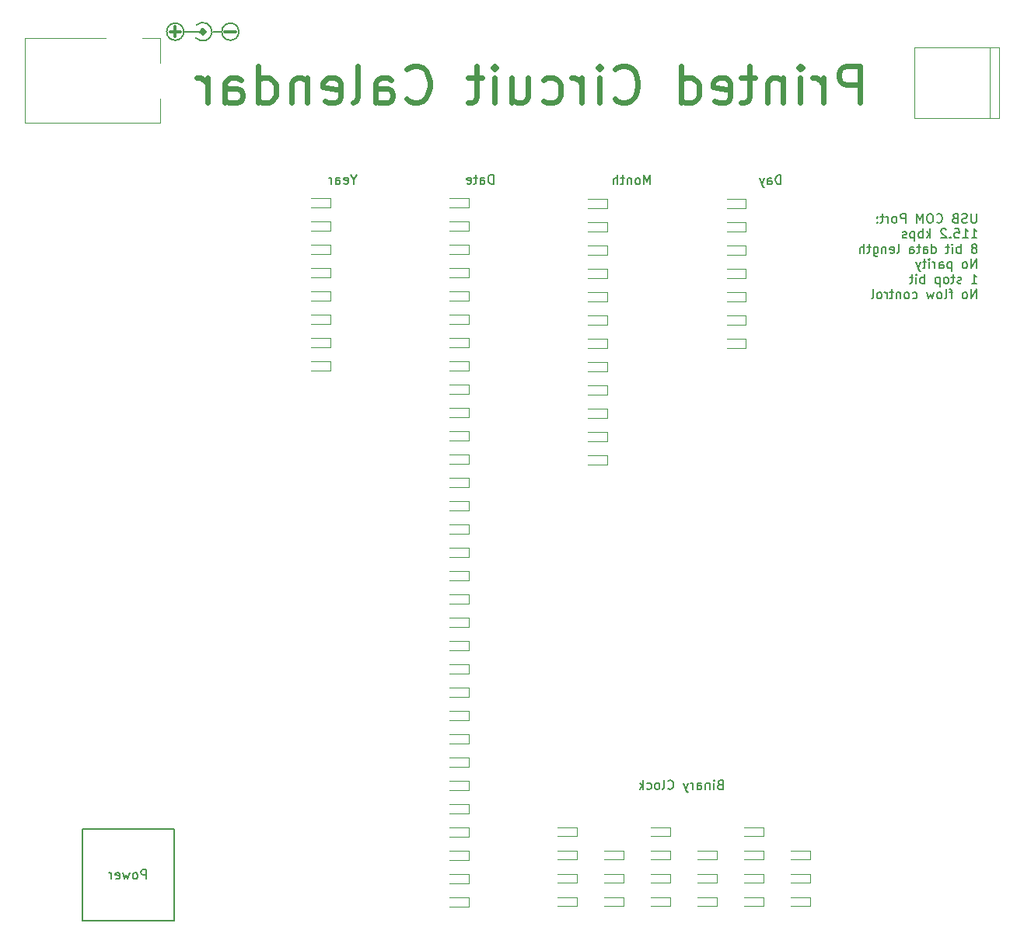
<source format=gbr>
G04 #@! TF.GenerationSoftware,KiCad,Pcbnew,(5.1.2)-1*
G04 #@! TF.CreationDate,2019-09-01T11:48:08-05:00*
G04 #@! TF.ProjectId,Electronic_Calendar,456c6563-7472-46f6-9e69-635f43616c65,rev?*
G04 #@! TF.SameCoordinates,Original*
G04 #@! TF.FileFunction,Legend,Bot*
G04 #@! TF.FilePolarity,Positive*
%FSLAX46Y46*%
G04 Gerber Fmt 4.6, Leading zero omitted, Abs format (unit mm)*
G04 Created by KiCad (PCBNEW (5.1.2)-1) date 2019-09-01 11:48:08*
%MOMM*%
%LPD*%
G04 APERTURE LIST*
%ADD10C,0.300000*%
%ADD11C,0.150000*%
%ADD12C,0.600000*%
%ADD13C,0.500000*%
%ADD14C,0.120000*%
G04 APERTURE END LIST*
D10*
X85102628Y-47046342D02*
X83959771Y-47046342D01*
X79108228Y-47046342D02*
X77965371Y-47046342D01*
X78536800Y-47617771D02*
X78536800Y-46474914D01*
D11*
X165780404Y-66891880D02*
X165780404Y-67701404D01*
X165732785Y-67796642D01*
X165685166Y-67844261D01*
X165589928Y-67891880D01*
X165399452Y-67891880D01*
X165304214Y-67844261D01*
X165256595Y-67796642D01*
X165208976Y-67701404D01*
X165208976Y-66891880D01*
X164780404Y-67844261D02*
X164637547Y-67891880D01*
X164399452Y-67891880D01*
X164304214Y-67844261D01*
X164256595Y-67796642D01*
X164208976Y-67701404D01*
X164208976Y-67606166D01*
X164256595Y-67510928D01*
X164304214Y-67463309D01*
X164399452Y-67415690D01*
X164589928Y-67368071D01*
X164685166Y-67320452D01*
X164732785Y-67272833D01*
X164780404Y-67177595D01*
X164780404Y-67082357D01*
X164732785Y-66987119D01*
X164685166Y-66939500D01*
X164589928Y-66891880D01*
X164351833Y-66891880D01*
X164208976Y-66939500D01*
X163447071Y-67368071D02*
X163304214Y-67415690D01*
X163256595Y-67463309D01*
X163208976Y-67558547D01*
X163208976Y-67701404D01*
X163256595Y-67796642D01*
X163304214Y-67844261D01*
X163399452Y-67891880D01*
X163780404Y-67891880D01*
X163780404Y-66891880D01*
X163447071Y-66891880D01*
X163351833Y-66939500D01*
X163304214Y-66987119D01*
X163256595Y-67082357D01*
X163256595Y-67177595D01*
X163304214Y-67272833D01*
X163351833Y-67320452D01*
X163447071Y-67368071D01*
X163780404Y-67368071D01*
X161447071Y-67796642D02*
X161494690Y-67844261D01*
X161637547Y-67891880D01*
X161732785Y-67891880D01*
X161875642Y-67844261D01*
X161970880Y-67749023D01*
X162018500Y-67653785D01*
X162066119Y-67463309D01*
X162066119Y-67320452D01*
X162018500Y-67129976D01*
X161970880Y-67034738D01*
X161875642Y-66939500D01*
X161732785Y-66891880D01*
X161637547Y-66891880D01*
X161494690Y-66939500D01*
X161447071Y-66987119D01*
X160828023Y-66891880D02*
X160637547Y-66891880D01*
X160542309Y-66939500D01*
X160447071Y-67034738D01*
X160399452Y-67225214D01*
X160399452Y-67558547D01*
X160447071Y-67749023D01*
X160542309Y-67844261D01*
X160637547Y-67891880D01*
X160828023Y-67891880D01*
X160923261Y-67844261D01*
X161018500Y-67749023D01*
X161066119Y-67558547D01*
X161066119Y-67225214D01*
X161018500Y-67034738D01*
X160923261Y-66939500D01*
X160828023Y-66891880D01*
X159970880Y-67891880D02*
X159970880Y-66891880D01*
X159637547Y-67606166D01*
X159304214Y-66891880D01*
X159304214Y-67891880D01*
X158066119Y-67891880D02*
X158066119Y-66891880D01*
X157685166Y-66891880D01*
X157589928Y-66939500D01*
X157542309Y-66987119D01*
X157494690Y-67082357D01*
X157494690Y-67225214D01*
X157542309Y-67320452D01*
X157589928Y-67368071D01*
X157685166Y-67415690D01*
X158066119Y-67415690D01*
X156923261Y-67891880D02*
X157018500Y-67844261D01*
X157066119Y-67796642D01*
X157113738Y-67701404D01*
X157113738Y-67415690D01*
X157066119Y-67320452D01*
X157018500Y-67272833D01*
X156923261Y-67225214D01*
X156780404Y-67225214D01*
X156685166Y-67272833D01*
X156637547Y-67320452D01*
X156589928Y-67415690D01*
X156589928Y-67701404D01*
X156637547Y-67796642D01*
X156685166Y-67844261D01*
X156780404Y-67891880D01*
X156923261Y-67891880D01*
X156161357Y-67891880D02*
X156161357Y-67225214D01*
X156161357Y-67415690D02*
X156113738Y-67320452D01*
X156066119Y-67272833D01*
X155970880Y-67225214D01*
X155875642Y-67225214D01*
X155685166Y-67225214D02*
X155304214Y-67225214D01*
X155542309Y-66891880D02*
X155542309Y-67749023D01*
X155494690Y-67844261D01*
X155399452Y-67891880D01*
X155304214Y-67891880D01*
X154970880Y-67796642D02*
X154923261Y-67844261D01*
X154970880Y-67891880D01*
X155018500Y-67844261D01*
X154970880Y-67796642D01*
X154970880Y-67891880D01*
X154970880Y-67272833D02*
X154923261Y-67320452D01*
X154970880Y-67368071D01*
X155018500Y-67320452D01*
X154970880Y-67272833D01*
X154970880Y-67368071D01*
X165256595Y-69541880D02*
X165828023Y-69541880D01*
X165542309Y-69541880D02*
X165542309Y-68541880D01*
X165637547Y-68684738D01*
X165732785Y-68779976D01*
X165828023Y-68827595D01*
X164304214Y-69541880D02*
X164875642Y-69541880D01*
X164589928Y-69541880D02*
X164589928Y-68541880D01*
X164685166Y-68684738D01*
X164780404Y-68779976D01*
X164875642Y-68827595D01*
X163399452Y-68541880D02*
X163875642Y-68541880D01*
X163923261Y-69018071D01*
X163875642Y-68970452D01*
X163780404Y-68922833D01*
X163542309Y-68922833D01*
X163447071Y-68970452D01*
X163399452Y-69018071D01*
X163351833Y-69113309D01*
X163351833Y-69351404D01*
X163399452Y-69446642D01*
X163447071Y-69494261D01*
X163542309Y-69541880D01*
X163780404Y-69541880D01*
X163875642Y-69494261D01*
X163923261Y-69446642D01*
X162923261Y-69446642D02*
X162875642Y-69494261D01*
X162923261Y-69541880D01*
X162970880Y-69494261D01*
X162923261Y-69446642D01*
X162923261Y-69541880D01*
X162494690Y-68637119D02*
X162447071Y-68589500D01*
X162351833Y-68541880D01*
X162113738Y-68541880D01*
X162018500Y-68589500D01*
X161970880Y-68637119D01*
X161923261Y-68732357D01*
X161923261Y-68827595D01*
X161970880Y-68970452D01*
X162542309Y-69541880D01*
X161923261Y-69541880D01*
X160732785Y-69541880D02*
X160732785Y-68541880D01*
X160637547Y-69160928D02*
X160351833Y-69541880D01*
X160351833Y-68875214D02*
X160732785Y-69256166D01*
X159923261Y-69541880D02*
X159923261Y-68541880D01*
X159923261Y-68922833D02*
X159828023Y-68875214D01*
X159637547Y-68875214D01*
X159542309Y-68922833D01*
X159494690Y-68970452D01*
X159447071Y-69065690D01*
X159447071Y-69351404D01*
X159494690Y-69446642D01*
X159542309Y-69494261D01*
X159637547Y-69541880D01*
X159828023Y-69541880D01*
X159923261Y-69494261D01*
X159018500Y-68875214D02*
X159018500Y-69875214D01*
X159018500Y-68922833D02*
X158923261Y-68875214D01*
X158732785Y-68875214D01*
X158637547Y-68922833D01*
X158589928Y-68970452D01*
X158542309Y-69065690D01*
X158542309Y-69351404D01*
X158589928Y-69446642D01*
X158637547Y-69494261D01*
X158732785Y-69541880D01*
X158923261Y-69541880D01*
X159018500Y-69494261D01*
X158161357Y-69494261D02*
X158066119Y-69541880D01*
X157875642Y-69541880D01*
X157780404Y-69494261D01*
X157732785Y-69399023D01*
X157732785Y-69351404D01*
X157780404Y-69256166D01*
X157875642Y-69208547D01*
X158018500Y-69208547D01*
X158113738Y-69160928D01*
X158161357Y-69065690D01*
X158161357Y-69018071D01*
X158113738Y-68922833D01*
X158018500Y-68875214D01*
X157875642Y-68875214D01*
X157780404Y-68922833D01*
X165637547Y-70620452D02*
X165732785Y-70572833D01*
X165780404Y-70525214D01*
X165828023Y-70429976D01*
X165828023Y-70382357D01*
X165780404Y-70287119D01*
X165732785Y-70239500D01*
X165637547Y-70191880D01*
X165447071Y-70191880D01*
X165351833Y-70239500D01*
X165304214Y-70287119D01*
X165256595Y-70382357D01*
X165256595Y-70429976D01*
X165304214Y-70525214D01*
X165351833Y-70572833D01*
X165447071Y-70620452D01*
X165637547Y-70620452D01*
X165732785Y-70668071D01*
X165780404Y-70715690D01*
X165828023Y-70810928D01*
X165828023Y-71001404D01*
X165780404Y-71096642D01*
X165732785Y-71144261D01*
X165637547Y-71191880D01*
X165447071Y-71191880D01*
X165351833Y-71144261D01*
X165304214Y-71096642D01*
X165256595Y-71001404D01*
X165256595Y-70810928D01*
X165304214Y-70715690D01*
X165351833Y-70668071D01*
X165447071Y-70620452D01*
X164066119Y-71191880D02*
X164066119Y-70191880D01*
X164066119Y-70572833D02*
X163970880Y-70525214D01*
X163780404Y-70525214D01*
X163685166Y-70572833D01*
X163637547Y-70620452D01*
X163589928Y-70715690D01*
X163589928Y-71001404D01*
X163637547Y-71096642D01*
X163685166Y-71144261D01*
X163780404Y-71191880D01*
X163970880Y-71191880D01*
X164066119Y-71144261D01*
X163161357Y-71191880D02*
X163161357Y-70525214D01*
X163161357Y-70191880D02*
X163208976Y-70239500D01*
X163161357Y-70287119D01*
X163113738Y-70239500D01*
X163161357Y-70191880D01*
X163161357Y-70287119D01*
X162828023Y-70525214D02*
X162447071Y-70525214D01*
X162685166Y-70191880D02*
X162685166Y-71049023D01*
X162637547Y-71144261D01*
X162542309Y-71191880D01*
X162447071Y-71191880D01*
X160923261Y-71191880D02*
X160923261Y-70191880D01*
X160923261Y-71144261D02*
X161018500Y-71191880D01*
X161208976Y-71191880D01*
X161304214Y-71144261D01*
X161351833Y-71096642D01*
X161399452Y-71001404D01*
X161399452Y-70715690D01*
X161351833Y-70620452D01*
X161304214Y-70572833D01*
X161208976Y-70525214D01*
X161018500Y-70525214D01*
X160923261Y-70572833D01*
X160018500Y-71191880D02*
X160018500Y-70668071D01*
X160066119Y-70572833D01*
X160161357Y-70525214D01*
X160351833Y-70525214D01*
X160447071Y-70572833D01*
X160018500Y-71144261D02*
X160113738Y-71191880D01*
X160351833Y-71191880D01*
X160447071Y-71144261D01*
X160494690Y-71049023D01*
X160494690Y-70953785D01*
X160447071Y-70858547D01*
X160351833Y-70810928D01*
X160113738Y-70810928D01*
X160018500Y-70763309D01*
X159685166Y-70525214D02*
X159304214Y-70525214D01*
X159542309Y-70191880D02*
X159542309Y-71049023D01*
X159494690Y-71144261D01*
X159399452Y-71191880D01*
X159304214Y-71191880D01*
X158542309Y-71191880D02*
X158542309Y-70668071D01*
X158589928Y-70572833D01*
X158685166Y-70525214D01*
X158875642Y-70525214D01*
X158970880Y-70572833D01*
X158542309Y-71144261D02*
X158637547Y-71191880D01*
X158875642Y-71191880D01*
X158970880Y-71144261D01*
X159018500Y-71049023D01*
X159018500Y-70953785D01*
X158970880Y-70858547D01*
X158875642Y-70810928D01*
X158637547Y-70810928D01*
X158542309Y-70763309D01*
X157161357Y-71191880D02*
X157256595Y-71144261D01*
X157304214Y-71049023D01*
X157304214Y-70191880D01*
X156399452Y-71144261D02*
X156494690Y-71191880D01*
X156685166Y-71191880D01*
X156780404Y-71144261D01*
X156828023Y-71049023D01*
X156828023Y-70668071D01*
X156780404Y-70572833D01*
X156685166Y-70525214D01*
X156494690Y-70525214D01*
X156399452Y-70572833D01*
X156351833Y-70668071D01*
X156351833Y-70763309D01*
X156828023Y-70858547D01*
X155923261Y-70525214D02*
X155923261Y-71191880D01*
X155923261Y-70620452D02*
X155875642Y-70572833D01*
X155780404Y-70525214D01*
X155637547Y-70525214D01*
X155542309Y-70572833D01*
X155494690Y-70668071D01*
X155494690Y-71191880D01*
X154589928Y-70525214D02*
X154589928Y-71334738D01*
X154637547Y-71429976D01*
X154685166Y-71477595D01*
X154780404Y-71525214D01*
X154923261Y-71525214D01*
X155018500Y-71477595D01*
X154589928Y-71144261D02*
X154685166Y-71191880D01*
X154875642Y-71191880D01*
X154970880Y-71144261D01*
X155018500Y-71096642D01*
X155066119Y-71001404D01*
X155066119Y-70715690D01*
X155018500Y-70620452D01*
X154970880Y-70572833D01*
X154875642Y-70525214D01*
X154685166Y-70525214D01*
X154589928Y-70572833D01*
X154256595Y-70525214D02*
X153875642Y-70525214D01*
X154113738Y-70191880D02*
X154113738Y-71049023D01*
X154066119Y-71144261D01*
X153970880Y-71191880D01*
X153875642Y-71191880D01*
X153542309Y-71191880D02*
X153542309Y-70191880D01*
X153113738Y-71191880D02*
X153113738Y-70668071D01*
X153161357Y-70572833D01*
X153256595Y-70525214D01*
X153399452Y-70525214D01*
X153494690Y-70572833D01*
X153542309Y-70620452D01*
X165780404Y-72841880D02*
X165780404Y-71841880D01*
X165208976Y-72841880D01*
X165208976Y-71841880D01*
X164589928Y-72841880D02*
X164685166Y-72794261D01*
X164732785Y-72746642D01*
X164780404Y-72651404D01*
X164780404Y-72365690D01*
X164732785Y-72270452D01*
X164685166Y-72222833D01*
X164589928Y-72175214D01*
X164447071Y-72175214D01*
X164351833Y-72222833D01*
X164304214Y-72270452D01*
X164256595Y-72365690D01*
X164256595Y-72651404D01*
X164304214Y-72746642D01*
X164351833Y-72794261D01*
X164447071Y-72841880D01*
X164589928Y-72841880D01*
X163066119Y-72175214D02*
X163066119Y-73175214D01*
X163066119Y-72222833D02*
X162970880Y-72175214D01*
X162780404Y-72175214D01*
X162685166Y-72222833D01*
X162637547Y-72270452D01*
X162589928Y-72365690D01*
X162589928Y-72651404D01*
X162637547Y-72746642D01*
X162685166Y-72794261D01*
X162780404Y-72841880D01*
X162970880Y-72841880D01*
X163066119Y-72794261D01*
X161732785Y-72841880D02*
X161732785Y-72318071D01*
X161780404Y-72222833D01*
X161875642Y-72175214D01*
X162066119Y-72175214D01*
X162161357Y-72222833D01*
X161732785Y-72794261D02*
X161828023Y-72841880D01*
X162066119Y-72841880D01*
X162161357Y-72794261D01*
X162208976Y-72699023D01*
X162208976Y-72603785D01*
X162161357Y-72508547D01*
X162066119Y-72460928D01*
X161828023Y-72460928D01*
X161732785Y-72413309D01*
X161256595Y-72841880D02*
X161256595Y-72175214D01*
X161256595Y-72365690D02*
X161208976Y-72270452D01*
X161161357Y-72222833D01*
X161066119Y-72175214D01*
X160970880Y-72175214D01*
X160637547Y-72841880D02*
X160637547Y-72175214D01*
X160637547Y-71841880D02*
X160685166Y-71889500D01*
X160637547Y-71937119D01*
X160589928Y-71889500D01*
X160637547Y-71841880D01*
X160637547Y-71937119D01*
X160304214Y-72175214D02*
X159923261Y-72175214D01*
X160161357Y-71841880D02*
X160161357Y-72699023D01*
X160113738Y-72794261D01*
X160018500Y-72841880D01*
X159923261Y-72841880D01*
X159685166Y-72175214D02*
X159447071Y-72841880D01*
X159208976Y-72175214D02*
X159447071Y-72841880D01*
X159542309Y-73079976D01*
X159589928Y-73127595D01*
X159685166Y-73175214D01*
X165256595Y-74491880D02*
X165828023Y-74491880D01*
X165542309Y-74491880D02*
X165542309Y-73491880D01*
X165637547Y-73634738D01*
X165732785Y-73729976D01*
X165828023Y-73777595D01*
X164113738Y-74444261D02*
X164018500Y-74491880D01*
X163828023Y-74491880D01*
X163732785Y-74444261D01*
X163685166Y-74349023D01*
X163685166Y-74301404D01*
X163732785Y-74206166D01*
X163828023Y-74158547D01*
X163970880Y-74158547D01*
X164066119Y-74110928D01*
X164113738Y-74015690D01*
X164113738Y-73968071D01*
X164066119Y-73872833D01*
X163970880Y-73825214D01*
X163828023Y-73825214D01*
X163732785Y-73872833D01*
X163399452Y-73825214D02*
X163018500Y-73825214D01*
X163256595Y-73491880D02*
X163256595Y-74349023D01*
X163208976Y-74444261D01*
X163113738Y-74491880D01*
X163018500Y-74491880D01*
X162542309Y-74491880D02*
X162637547Y-74444261D01*
X162685166Y-74396642D01*
X162732785Y-74301404D01*
X162732785Y-74015690D01*
X162685166Y-73920452D01*
X162637547Y-73872833D01*
X162542309Y-73825214D01*
X162399452Y-73825214D01*
X162304214Y-73872833D01*
X162256595Y-73920452D01*
X162208976Y-74015690D01*
X162208976Y-74301404D01*
X162256595Y-74396642D01*
X162304214Y-74444261D01*
X162399452Y-74491880D01*
X162542309Y-74491880D01*
X161780404Y-73825214D02*
X161780404Y-74825214D01*
X161780404Y-73872833D02*
X161685166Y-73825214D01*
X161494690Y-73825214D01*
X161399452Y-73872833D01*
X161351833Y-73920452D01*
X161304214Y-74015690D01*
X161304214Y-74301404D01*
X161351833Y-74396642D01*
X161399452Y-74444261D01*
X161494690Y-74491880D01*
X161685166Y-74491880D01*
X161780404Y-74444261D01*
X160113738Y-74491880D02*
X160113738Y-73491880D01*
X160113738Y-73872833D02*
X160018500Y-73825214D01*
X159828023Y-73825214D01*
X159732785Y-73872833D01*
X159685166Y-73920452D01*
X159637547Y-74015690D01*
X159637547Y-74301404D01*
X159685166Y-74396642D01*
X159732785Y-74444261D01*
X159828023Y-74491880D01*
X160018500Y-74491880D01*
X160113738Y-74444261D01*
X159208976Y-74491880D02*
X159208976Y-73825214D01*
X159208976Y-73491880D02*
X159256595Y-73539500D01*
X159208976Y-73587119D01*
X159161357Y-73539500D01*
X159208976Y-73491880D01*
X159208976Y-73587119D01*
X158875642Y-73825214D02*
X158494690Y-73825214D01*
X158732785Y-73491880D02*
X158732785Y-74349023D01*
X158685166Y-74444261D01*
X158589928Y-74491880D01*
X158494690Y-74491880D01*
X165780404Y-76141880D02*
X165780404Y-75141880D01*
X165208976Y-76141880D01*
X165208976Y-75141880D01*
X164589928Y-76141880D02*
X164685166Y-76094261D01*
X164732785Y-76046642D01*
X164780404Y-75951404D01*
X164780404Y-75665690D01*
X164732785Y-75570452D01*
X164685166Y-75522833D01*
X164589928Y-75475214D01*
X164447071Y-75475214D01*
X164351833Y-75522833D01*
X164304214Y-75570452D01*
X164256595Y-75665690D01*
X164256595Y-75951404D01*
X164304214Y-76046642D01*
X164351833Y-76094261D01*
X164447071Y-76141880D01*
X164589928Y-76141880D01*
X163208976Y-75475214D02*
X162828023Y-75475214D01*
X163066119Y-76141880D02*
X163066119Y-75284738D01*
X163018500Y-75189500D01*
X162923261Y-75141880D01*
X162828023Y-75141880D01*
X162351833Y-76141880D02*
X162447071Y-76094261D01*
X162494690Y-75999023D01*
X162494690Y-75141880D01*
X161828023Y-76141880D02*
X161923261Y-76094261D01*
X161970880Y-76046642D01*
X162018500Y-75951404D01*
X162018500Y-75665690D01*
X161970880Y-75570452D01*
X161923261Y-75522833D01*
X161828023Y-75475214D01*
X161685166Y-75475214D01*
X161589928Y-75522833D01*
X161542309Y-75570452D01*
X161494690Y-75665690D01*
X161494690Y-75951404D01*
X161542309Y-76046642D01*
X161589928Y-76094261D01*
X161685166Y-76141880D01*
X161828023Y-76141880D01*
X161161357Y-75475214D02*
X160970880Y-76141880D01*
X160780404Y-75665690D01*
X160589928Y-76141880D01*
X160399452Y-75475214D01*
X158828023Y-76094261D02*
X158923261Y-76141880D01*
X159113738Y-76141880D01*
X159208976Y-76094261D01*
X159256595Y-76046642D01*
X159304214Y-75951404D01*
X159304214Y-75665690D01*
X159256595Y-75570452D01*
X159208976Y-75522833D01*
X159113738Y-75475214D01*
X158923261Y-75475214D01*
X158828023Y-75522833D01*
X158256595Y-76141880D02*
X158351833Y-76094261D01*
X158399452Y-76046642D01*
X158447071Y-75951404D01*
X158447071Y-75665690D01*
X158399452Y-75570452D01*
X158351833Y-75522833D01*
X158256595Y-75475214D01*
X158113738Y-75475214D01*
X158018500Y-75522833D01*
X157970880Y-75570452D01*
X157923261Y-75665690D01*
X157923261Y-75951404D01*
X157970880Y-76046642D01*
X158018500Y-76094261D01*
X158113738Y-76141880D01*
X158256595Y-76141880D01*
X157494690Y-75475214D02*
X157494690Y-76141880D01*
X157494690Y-75570452D02*
X157447071Y-75522833D01*
X157351833Y-75475214D01*
X157208976Y-75475214D01*
X157113738Y-75522833D01*
X157066119Y-75618071D01*
X157066119Y-76141880D01*
X156732785Y-75475214D02*
X156351833Y-75475214D01*
X156589928Y-75141880D02*
X156589928Y-75999023D01*
X156542309Y-76094261D01*
X156447071Y-76141880D01*
X156351833Y-76141880D01*
X156018500Y-76141880D02*
X156018500Y-75475214D01*
X156018500Y-75665690D02*
X155970880Y-75570452D01*
X155923261Y-75522833D01*
X155828023Y-75475214D01*
X155732785Y-75475214D01*
X155256595Y-76141880D02*
X155351833Y-76094261D01*
X155399452Y-76046642D01*
X155447071Y-75951404D01*
X155447071Y-75665690D01*
X155399452Y-75570452D01*
X155351833Y-75522833D01*
X155256595Y-75475214D01*
X155113738Y-75475214D01*
X155018500Y-75522833D01*
X154970880Y-75570452D01*
X154923261Y-75665690D01*
X154923261Y-75951404D01*
X154970880Y-76046642D01*
X155018500Y-76094261D01*
X155113738Y-76141880D01*
X155256595Y-76141880D01*
X154351833Y-76141880D02*
X154447071Y-76094261D01*
X154494690Y-75999023D01*
X154494690Y-75141880D01*
X137857976Y-129087571D02*
X137715119Y-129135190D01*
X137667500Y-129182809D01*
X137619880Y-129278047D01*
X137619880Y-129420904D01*
X137667500Y-129516142D01*
X137715119Y-129563761D01*
X137810357Y-129611380D01*
X138191309Y-129611380D01*
X138191309Y-128611380D01*
X137857976Y-128611380D01*
X137762738Y-128659000D01*
X137715119Y-128706619D01*
X137667500Y-128801857D01*
X137667500Y-128897095D01*
X137715119Y-128992333D01*
X137762738Y-129039952D01*
X137857976Y-129087571D01*
X138191309Y-129087571D01*
X137191309Y-129611380D02*
X137191309Y-128944714D01*
X137191309Y-128611380D02*
X137238928Y-128659000D01*
X137191309Y-128706619D01*
X137143690Y-128659000D01*
X137191309Y-128611380D01*
X137191309Y-128706619D01*
X136715119Y-128944714D02*
X136715119Y-129611380D01*
X136715119Y-129039952D02*
X136667500Y-128992333D01*
X136572261Y-128944714D01*
X136429404Y-128944714D01*
X136334166Y-128992333D01*
X136286547Y-129087571D01*
X136286547Y-129611380D01*
X135381785Y-129611380D02*
X135381785Y-129087571D01*
X135429404Y-128992333D01*
X135524642Y-128944714D01*
X135715119Y-128944714D01*
X135810357Y-128992333D01*
X135381785Y-129563761D02*
X135477023Y-129611380D01*
X135715119Y-129611380D01*
X135810357Y-129563761D01*
X135857976Y-129468523D01*
X135857976Y-129373285D01*
X135810357Y-129278047D01*
X135715119Y-129230428D01*
X135477023Y-129230428D01*
X135381785Y-129182809D01*
X134905595Y-129611380D02*
X134905595Y-128944714D01*
X134905595Y-129135190D02*
X134857976Y-129039952D01*
X134810357Y-128992333D01*
X134715119Y-128944714D01*
X134619880Y-128944714D01*
X134381785Y-128944714D02*
X134143690Y-129611380D01*
X133905595Y-128944714D02*
X134143690Y-129611380D01*
X134238928Y-129849476D01*
X134286547Y-129897095D01*
X134381785Y-129944714D01*
X132191309Y-129516142D02*
X132238928Y-129563761D01*
X132381785Y-129611380D01*
X132477023Y-129611380D01*
X132619880Y-129563761D01*
X132715119Y-129468523D01*
X132762738Y-129373285D01*
X132810357Y-129182809D01*
X132810357Y-129039952D01*
X132762738Y-128849476D01*
X132715119Y-128754238D01*
X132619880Y-128659000D01*
X132477023Y-128611380D01*
X132381785Y-128611380D01*
X132238928Y-128659000D01*
X132191309Y-128706619D01*
X131619880Y-129611380D02*
X131715119Y-129563761D01*
X131762738Y-129468523D01*
X131762738Y-128611380D01*
X131096071Y-129611380D02*
X131191309Y-129563761D01*
X131238928Y-129516142D01*
X131286547Y-129420904D01*
X131286547Y-129135190D01*
X131238928Y-129039952D01*
X131191309Y-128992333D01*
X131096071Y-128944714D01*
X130953214Y-128944714D01*
X130857976Y-128992333D01*
X130810357Y-129039952D01*
X130762738Y-129135190D01*
X130762738Y-129420904D01*
X130810357Y-129516142D01*
X130857976Y-129563761D01*
X130953214Y-129611380D01*
X131096071Y-129611380D01*
X129905595Y-129563761D02*
X130000833Y-129611380D01*
X130191309Y-129611380D01*
X130286547Y-129563761D01*
X130334166Y-129516142D01*
X130381785Y-129420904D01*
X130381785Y-129135190D01*
X130334166Y-129039952D01*
X130286547Y-128992333D01*
X130191309Y-128944714D01*
X130000833Y-128944714D01*
X129905595Y-128992333D01*
X129477023Y-129611380D02*
X129477023Y-128611380D01*
X129381785Y-129230428D02*
X129096071Y-129611380D01*
X129096071Y-128944714D02*
X129477023Y-129325666D01*
X97964476Y-63158690D02*
X97964476Y-63634880D01*
X98297809Y-62634880D02*
X97964476Y-63158690D01*
X97631142Y-62634880D01*
X96916857Y-63587261D02*
X97012095Y-63634880D01*
X97202571Y-63634880D01*
X97297809Y-63587261D01*
X97345428Y-63492023D01*
X97345428Y-63111071D01*
X97297809Y-63015833D01*
X97202571Y-62968214D01*
X97012095Y-62968214D01*
X96916857Y-63015833D01*
X96869238Y-63111071D01*
X96869238Y-63206309D01*
X97345428Y-63301547D01*
X96012095Y-63634880D02*
X96012095Y-63111071D01*
X96059714Y-63015833D01*
X96154952Y-62968214D01*
X96345428Y-62968214D01*
X96440666Y-63015833D01*
X96012095Y-63587261D02*
X96107333Y-63634880D01*
X96345428Y-63634880D01*
X96440666Y-63587261D01*
X96488285Y-63492023D01*
X96488285Y-63396785D01*
X96440666Y-63301547D01*
X96345428Y-63253928D01*
X96107333Y-63253928D01*
X96012095Y-63206309D01*
X95535904Y-63634880D02*
X95535904Y-62968214D01*
X95535904Y-63158690D02*
X95488285Y-63063452D01*
X95440666Y-63015833D01*
X95345428Y-62968214D01*
X95250190Y-62968214D01*
X113188571Y-63634880D02*
X113188571Y-62634880D01*
X112950476Y-62634880D01*
X112807619Y-62682500D01*
X112712380Y-62777738D01*
X112664761Y-62872976D01*
X112617142Y-63063452D01*
X112617142Y-63206309D01*
X112664761Y-63396785D01*
X112712380Y-63492023D01*
X112807619Y-63587261D01*
X112950476Y-63634880D01*
X113188571Y-63634880D01*
X111760000Y-63634880D02*
X111760000Y-63111071D01*
X111807619Y-63015833D01*
X111902857Y-62968214D01*
X112093333Y-62968214D01*
X112188571Y-63015833D01*
X111760000Y-63587261D02*
X111855238Y-63634880D01*
X112093333Y-63634880D01*
X112188571Y-63587261D01*
X112236190Y-63492023D01*
X112236190Y-63396785D01*
X112188571Y-63301547D01*
X112093333Y-63253928D01*
X111855238Y-63253928D01*
X111760000Y-63206309D01*
X111426666Y-62968214D02*
X111045714Y-62968214D01*
X111283809Y-62634880D02*
X111283809Y-63492023D01*
X111236190Y-63587261D01*
X111140952Y-63634880D01*
X111045714Y-63634880D01*
X110331428Y-63587261D02*
X110426666Y-63634880D01*
X110617142Y-63634880D01*
X110712380Y-63587261D01*
X110760000Y-63492023D01*
X110760000Y-63111071D01*
X110712380Y-63015833D01*
X110617142Y-62968214D01*
X110426666Y-62968214D01*
X110331428Y-63015833D01*
X110283809Y-63111071D01*
X110283809Y-63206309D01*
X110760000Y-63301547D01*
X130246190Y-63698380D02*
X130246190Y-62698380D01*
X129912857Y-63412666D01*
X129579523Y-62698380D01*
X129579523Y-63698380D01*
X128960476Y-63698380D02*
X129055714Y-63650761D01*
X129103333Y-63603142D01*
X129150952Y-63507904D01*
X129150952Y-63222190D01*
X129103333Y-63126952D01*
X129055714Y-63079333D01*
X128960476Y-63031714D01*
X128817619Y-63031714D01*
X128722380Y-63079333D01*
X128674761Y-63126952D01*
X128627142Y-63222190D01*
X128627142Y-63507904D01*
X128674761Y-63603142D01*
X128722380Y-63650761D01*
X128817619Y-63698380D01*
X128960476Y-63698380D01*
X128198571Y-63031714D02*
X128198571Y-63698380D01*
X128198571Y-63126952D02*
X128150952Y-63079333D01*
X128055714Y-63031714D01*
X127912857Y-63031714D01*
X127817619Y-63079333D01*
X127770000Y-63174571D01*
X127770000Y-63698380D01*
X127436666Y-63031714D02*
X127055714Y-63031714D01*
X127293809Y-62698380D02*
X127293809Y-63555523D01*
X127246190Y-63650761D01*
X127150952Y-63698380D01*
X127055714Y-63698380D01*
X126722380Y-63698380D02*
X126722380Y-62698380D01*
X126293809Y-63698380D02*
X126293809Y-63174571D01*
X126341428Y-63079333D01*
X126436666Y-63031714D01*
X126579523Y-63031714D01*
X126674761Y-63079333D01*
X126722380Y-63126952D01*
X144478238Y-63698380D02*
X144478238Y-62698380D01*
X144240142Y-62698380D01*
X144097285Y-62746000D01*
X144002047Y-62841238D01*
X143954428Y-62936476D01*
X143906809Y-63126952D01*
X143906809Y-63269809D01*
X143954428Y-63460285D01*
X144002047Y-63555523D01*
X144097285Y-63650761D01*
X144240142Y-63698380D01*
X144478238Y-63698380D01*
X143049666Y-63698380D02*
X143049666Y-63174571D01*
X143097285Y-63079333D01*
X143192523Y-63031714D01*
X143383000Y-63031714D01*
X143478238Y-63079333D01*
X143049666Y-63650761D02*
X143144904Y-63698380D01*
X143383000Y-63698380D01*
X143478238Y-63650761D01*
X143525857Y-63555523D01*
X143525857Y-63460285D01*
X143478238Y-63365047D01*
X143383000Y-63317428D01*
X143144904Y-63317428D01*
X143049666Y-63269809D01*
X142668714Y-63031714D02*
X142430619Y-63698380D01*
X142192523Y-63031714D02*
X142430619Y-63698380D01*
X142525857Y-63936476D01*
X142573476Y-63984095D01*
X142668714Y-64031714D01*
D12*
X153094023Y-54768523D02*
X153094023Y-50768523D01*
X151570214Y-50768523D01*
X151189261Y-50959000D01*
X150998785Y-51149476D01*
X150808309Y-51530428D01*
X150808309Y-52101857D01*
X150998785Y-52482809D01*
X151189261Y-52673285D01*
X151570214Y-52863761D01*
X153094023Y-52863761D01*
X149094023Y-54768523D02*
X149094023Y-52101857D01*
X149094023Y-52863761D02*
X148903547Y-52482809D01*
X148713071Y-52292333D01*
X148332119Y-52101857D01*
X147951166Y-52101857D01*
X146617833Y-54768523D02*
X146617833Y-52101857D01*
X146617833Y-50768523D02*
X146808309Y-50959000D01*
X146617833Y-51149476D01*
X146427357Y-50959000D01*
X146617833Y-50768523D01*
X146617833Y-51149476D01*
X144713071Y-52101857D02*
X144713071Y-54768523D01*
X144713071Y-52482809D02*
X144522595Y-52292333D01*
X144141642Y-52101857D01*
X143570214Y-52101857D01*
X143189261Y-52292333D01*
X142998785Y-52673285D01*
X142998785Y-54768523D01*
X141665452Y-52101857D02*
X140141642Y-52101857D01*
X141094023Y-50768523D02*
X141094023Y-54197095D01*
X140903547Y-54578047D01*
X140522595Y-54768523D01*
X140141642Y-54768523D01*
X137284500Y-54578047D02*
X137665452Y-54768523D01*
X138427357Y-54768523D01*
X138808309Y-54578047D01*
X138998785Y-54197095D01*
X138998785Y-52673285D01*
X138808309Y-52292333D01*
X138427357Y-52101857D01*
X137665452Y-52101857D01*
X137284500Y-52292333D01*
X137094023Y-52673285D01*
X137094023Y-53054238D01*
X138998785Y-53435190D01*
X133665452Y-54768523D02*
X133665452Y-50768523D01*
X133665452Y-54578047D02*
X134046404Y-54768523D01*
X134808309Y-54768523D01*
X135189261Y-54578047D01*
X135379738Y-54387571D01*
X135570214Y-54006619D01*
X135570214Y-52863761D01*
X135379738Y-52482809D01*
X135189261Y-52292333D01*
X134808309Y-52101857D01*
X134046404Y-52101857D01*
X133665452Y-52292333D01*
X126427357Y-54387571D02*
X126617833Y-54578047D01*
X127189261Y-54768523D01*
X127570214Y-54768523D01*
X128141642Y-54578047D01*
X128522595Y-54197095D01*
X128713071Y-53816142D01*
X128903547Y-53054238D01*
X128903547Y-52482809D01*
X128713071Y-51720904D01*
X128522595Y-51339952D01*
X128141642Y-50959000D01*
X127570214Y-50768523D01*
X127189261Y-50768523D01*
X126617833Y-50959000D01*
X126427357Y-51149476D01*
X124713071Y-54768523D02*
X124713071Y-52101857D01*
X124713071Y-50768523D02*
X124903547Y-50959000D01*
X124713071Y-51149476D01*
X124522595Y-50959000D01*
X124713071Y-50768523D01*
X124713071Y-51149476D01*
X122808309Y-54768523D02*
X122808309Y-52101857D01*
X122808309Y-52863761D02*
X122617833Y-52482809D01*
X122427357Y-52292333D01*
X122046404Y-52101857D01*
X121665452Y-52101857D01*
X118617833Y-54578047D02*
X118998785Y-54768523D01*
X119760690Y-54768523D01*
X120141642Y-54578047D01*
X120332119Y-54387571D01*
X120522595Y-54006619D01*
X120522595Y-52863761D01*
X120332119Y-52482809D01*
X120141642Y-52292333D01*
X119760690Y-52101857D01*
X118998785Y-52101857D01*
X118617833Y-52292333D01*
X115189261Y-52101857D02*
X115189261Y-54768523D01*
X116903547Y-52101857D02*
X116903547Y-54197095D01*
X116713071Y-54578047D01*
X116332119Y-54768523D01*
X115760690Y-54768523D01*
X115379738Y-54578047D01*
X115189261Y-54387571D01*
X113284500Y-54768523D02*
X113284500Y-52101857D01*
X113284500Y-50768523D02*
X113474976Y-50959000D01*
X113284500Y-51149476D01*
X113094023Y-50959000D01*
X113284500Y-50768523D01*
X113284500Y-51149476D01*
X111951166Y-52101857D02*
X110427357Y-52101857D01*
X111379738Y-50768523D02*
X111379738Y-54197095D01*
X111189261Y-54578047D01*
X110808309Y-54768523D01*
X110427357Y-54768523D01*
X103760690Y-54387571D02*
X103951166Y-54578047D01*
X104522595Y-54768523D01*
X104903547Y-54768523D01*
X105474976Y-54578047D01*
X105855928Y-54197095D01*
X106046404Y-53816142D01*
X106236880Y-53054238D01*
X106236880Y-52482809D01*
X106046404Y-51720904D01*
X105855928Y-51339952D01*
X105474976Y-50959000D01*
X104903547Y-50768523D01*
X104522595Y-50768523D01*
X103951166Y-50959000D01*
X103760690Y-51149476D01*
X100332119Y-54768523D02*
X100332119Y-52673285D01*
X100522595Y-52292333D01*
X100903547Y-52101857D01*
X101665452Y-52101857D01*
X102046404Y-52292333D01*
X100332119Y-54578047D02*
X100713071Y-54768523D01*
X101665452Y-54768523D01*
X102046404Y-54578047D01*
X102236880Y-54197095D01*
X102236880Y-53816142D01*
X102046404Y-53435190D01*
X101665452Y-53244714D01*
X100713071Y-53244714D01*
X100332119Y-53054238D01*
X97855928Y-54768523D02*
X98236880Y-54578047D01*
X98427357Y-54197095D01*
X98427357Y-50768523D01*
X94808309Y-54578047D02*
X95189261Y-54768523D01*
X95951166Y-54768523D01*
X96332119Y-54578047D01*
X96522595Y-54197095D01*
X96522595Y-52673285D01*
X96332119Y-52292333D01*
X95951166Y-52101857D01*
X95189261Y-52101857D01*
X94808309Y-52292333D01*
X94617833Y-52673285D01*
X94617833Y-53054238D01*
X96522595Y-53435190D01*
X92903547Y-52101857D02*
X92903547Y-54768523D01*
X92903547Y-52482809D02*
X92713071Y-52292333D01*
X92332119Y-52101857D01*
X91760690Y-52101857D01*
X91379738Y-52292333D01*
X91189261Y-52673285D01*
X91189261Y-54768523D01*
X87570214Y-54768523D02*
X87570214Y-50768523D01*
X87570214Y-54578047D02*
X87951166Y-54768523D01*
X88713071Y-54768523D01*
X89094023Y-54578047D01*
X89284500Y-54387571D01*
X89474976Y-54006619D01*
X89474976Y-52863761D01*
X89284500Y-52482809D01*
X89094023Y-52292333D01*
X88713071Y-52101857D01*
X87951166Y-52101857D01*
X87570214Y-52292333D01*
X83951166Y-54768523D02*
X83951166Y-52673285D01*
X84141642Y-52292333D01*
X84522595Y-52101857D01*
X85284500Y-52101857D01*
X85665452Y-52292333D01*
X83951166Y-54578047D02*
X84332119Y-54768523D01*
X85284500Y-54768523D01*
X85665452Y-54578047D01*
X85855928Y-54197095D01*
X85855928Y-53816142D01*
X85665452Y-53435190D01*
X85284500Y-53244714D01*
X84332119Y-53244714D01*
X83951166Y-53054238D01*
X82046404Y-54768523D02*
X82046404Y-52101857D01*
X82046404Y-52863761D02*
X81855928Y-52482809D01*
X81665452Y-52292333D01*
X81284500Y-52101857D01*
X80903547Y-52101857D01*
D11*
X75382190Y-139390380D02*
X75382190Y-138390380D01*
X75001238Y-138390380D01*
X74906000Y-138438000D01*
X74858380Y-138485619D01*
X74810761Y-138580857D01*
X74810761Y-138723714D01*
X74858380Y-138818952D01*
X74906000Y-138866571D01*
X75001238Y-138914190D01*
X75382190Y-138914190D01*
X74239333Y-139390380D02*
X74334571Y-139342761D01*
X74382190Y-139295142D01*
X74429809Y-139199904D01*
X74429809Y-138914190D01*
X74382190Y-138818952D01*
X74334571Y-138771333D01*
X74239333Y-138723714D01*
X74096476Y-138723714D01*
X74001238Y-138771333D01*
X73953619Y-138818952D01*
X73906000Y-138914190D01*
X73906000Y-139199904D01*
X73953619Y-139295142D01*
X74001238Y-139342761D01*
X74096476Y-139390380D01*
X74239333Y-139390380D01*
X73572666Y-138723714D02*
X73382190Y-139390380D01*
X73191714Y-138914190D01*
X73001238Y-139390380D01*
X72810761Y-138723714D01*
X72048857Y-139342761D02*
X72144095Y-139390380D01*
X72334571Y-139390380D01*
X72429809Y-139342761D01*
X72477428Y-139247523D01*
X72477428Y-138866571D01*
X72429809Y-138771333D01*
X72334571Y-138723714D01*
X72144095Y-138723714D01*
X72048857Y-138771333D01*
X72001238Y-138866571D01*
X72001238Y-138961809D01*
X72477428Y-139057047D01*
X71572666Y-139390380D02*
X71572666Y-138723714D01*
X71572666Y-138914190D02*
X71525047Y-138818952D01*
X71477428Y-138771333D01*
X71382190Y-138723714D01*
X71286952Y-138723714D01*
X68389500Y-143954500D02*
X68389500Y-133921500D01*
X78422500Y-143954500D02*
X68389500Y-143954500D01*
X78422500Y-133921500D02*
X78422500Y-143954500D01*
X68389500Y-133921500D02*
X78422500Y-133921500D01*
X81534000Y-47065000D02*
X79534000Y-47065000D01*
X83534000Y-47065000D02*
X82634000Y-47065000D01*
X85459000Y-47065000D02*
G75*
G03X85459000Y-47065000I-925000J0D01*
G01*
X79459000Y-47065000D02*
G75*
G03X79459000Y-47065000I-925000J0D01*
G01*
D13*
X81709000Y-47065000D02*
G75*
G03X81709000Y-47065000I-175000J0D01*
G01*
D11*
X80859000Y-46315000D02*
G75*
G02X80784000Y-47740000I675000J-750000D01*
G01*
D14*
X95407000Y-83002500D02*
X93307000Y-83002500D01*
X95407000Y-84002500D02*
X93307000Y-84002500D01*
X95407000Y-83002500D02*
X95407000Y-84002500D01*
X95407000Y-80462500D02*
X93307000Y-80462500D01*
X95407000Y-81462500D02*
X93307000Y-81462500D01*
X95407000Y-80462500D02*
X95407000Y-81462500D01*
X95407000Y-77922500D02*
X93307000Y-77922500D01*
X95407000Y-78922500D02*
X93307000Y-78922500D01*
X95407000Y-77922500D02*
X95407000Y-78922500D01*
X95407000Y-75382500D02*
X93307000Y-75382500D01*
X95407000Y-76382500D02*
X93307000Y-76382500D01*
X95407000Y-75382500D02*
X95407000Y-76382500D01*
X95407000Y-72842500D02*
X93307000Y-72842500D01*
X95407000Y-73842500D02*
X93307000Y-73842500D01*
X95407000Y-72842500D02*
X95407000Y-73842500D01*
X95407000Y-70302500D02*
X93307000Y-70302500D01*
X95407000Y-71302500D02*
X93307000Y-71302500D01*
X95407000Y-70302500D02*
X95407000Y-71302500D01*
X95407000Y-67762500D02*
X93307000Y-67762500D01*
X95407000Y-68762500D02*
X93307000Y-68762500D01*
X95407000Y-67762500D02*
X95407000Y-68762500D01*
X140682500Y-80526000D02*
X138582500Y-80526000D01*
X140682500Y-81526000D02*
X138582500Y-81526000D01*
X140682500Y-80526000D02*
X140682500Y-81526000D01*
X140682500Y-77986000D02*
X138582500Y-77986000D01*
X140682500Y-78986000D02*
X138582500Y-78986000D01*
X140682500Y-77986000D02*
X140682500Y-78986000D01*
X140682500Y-75446000D02*
X138582500Y-75446000D01*
X140682500Y-76446000D02*
X138582500Y-76446000D01*
X140682500Y-75446000D02*
X140682500Y-76446000D01*
X140682500Y-72906000D02*
X138582500Y-72906000D01*
X140682500Y-73906000D02*
X138582500Y-73906000D01*
X140682500Y-72906000D02*
X140682500Y-73906000D01*
X140682500Y-70366000D02*
X138582500Y-70366000D01*
X140682500Y-71366000D02*
X138582500Y-71366000D01*
X140682500Y-70366000D02*
X140682500Y-71366000D01*
X140682500Y-67826000D02*
X138582500Y-67826000D01*
X140682500Y-68826000D02*
X138582500Y-68826000D01*
X140682500Y-67826000D02*
X140682500Y-68826000D01*
X110520000Y-141422500D02*
X108420000Y-141422500D01*
X110520000Y-142422500D02*
X108420000Y-142422500D01*
X110520000Y-141422500D02*
X110520000Y-142422500D01*
X110520000Y-138882500D02*
X108420000Y-138882500D01*
X110520000Y-139882500D02*
X108420000Y-139882500D01*
X110520000Y-138882500D02*
X110520000Y-139882500D01*
X110520000Y-136342500D02*
X108420000Y-136342500D01*
X110520000Y-137342500D02*
X108420000Y-137342500D01*
X110520000Y-136342500D02*
X110520000Y-137342500D01*
X110520000Y-133802500D02*
X108420000Y-133802500D01*
X110520000Y-134802500D02*
X108420000Y-134802500D01*
X110520000Y-133802500D02*
X110520000Y-134802500D01*
X110520000Y-131262500D02*
X108420000Y-131262500D01*
X110520000Y-132262500D02*
X108420000Y-132262500D01*
X110520000Y-131262500D02*
X110520000Y-132262500D01*
X110520000Y-128722500D02*
X108420000Y-128722500D01*
X110520000Y-129722500D02*
X108420000Y-129722500D01*
X110520000Y-128722500D02*
X110520000Y-129722500D01*
X110520000Y-126182500D02*
X108420000Y-126182500D01*
X110520000Y-127182500D02*
X108420000Y-127182500D01*
X110520000Y-126182500D02*
X110520000Y-127182500D01*
X110520000Y-123642500D02*
X108420000Y-123642500D01*
X110520000Y-124642500D02*
X108420000Y-124642500D01*
X110520000Y-123642500D02*
X110520000Y-124642500D01*
X110520000Y-121102500D02*
X108420000Y-121102500D01*
X110520000Y-122102500D02*
X108420000Y-122102500D01*
X110520000Y-121102500D02*
X110520000Y-122102500D01*
X110520000Y-118562500D02*
X108420000Y-118562500D01*
X110520000Y-119562500D02*
X108420000Y-119562500D01*
X110520000Y-118562500D02*
X110520000Y-119562500D01*
X110520000Y-116022500D02*
X108420000Y-116022500D01*
X110520000Y-117022500D02*
X108420000Y-117022500D01*
X110520000Y-116022500D02*
X110520000Y-117022500D01*
X110520000Y-113482500D02*
X108420000Y-113482500D01*
X110520000Y-114482500D02*
X108420000Y-114482500D01*
X110520000Y-113482500D02*
X110520000Y-114482500D01*
X110520000Y-110942500D02*
X108420000Y-110942500D01*
X110520000Y-111942500D02*
X108420000Y-111942500D01*
X110520000Y-110942500D02*
X110520000Y-111942500D01*
X110520000Y-108402500D02*
X108420000Y-108402500D01*
X110520000Y-109402500D02*
X108420000Y-109402500D01*
X110520000Y-108402500D02*
X110520000Y-109402500D01*
X110520000Y-105862500D02*
X108420000Y-105862500D01*
X110520000Y-106862500D02*
X108420000Y-106862500D01*
X110520000Y-105862500D02*
X110520000Y-106862500D01*
X110520000Y-103322500D02*
X108420000Y-103322500D01*
X110520000Y-104322500D02*
X108420000Y-104322500D01*
X110520000Y-103322500D02*
X110520000Y-104322500D01*
X110520000Y-100782500D02*
X108420000Y-100782500D01*
X110520000Y-101782500D02*
X108420000Y-101782500D01*
X110520000Y-100782500D02*
X110520000Y-101782500D01*
X110520000Y-98242500D02*
X108420000Y-98242500D01*
X110520000Y-99242500D02*
X108420000Y-99242500D01*
X110520000Y-98242500D02*
X110520000Y-99242500D01*
X110520000Y-95702500D02*
X108420000Y-95702500D01*
X110520000Y-96702500D02*
X108420000Y-96702500D01*
X110520000Y-95702500D02*
X110520000Y-96702500D01*
X110520000Y-93162500D02*
X108420000Y-93162500D01*
X110520000Y-94162500D02*
X108420000Y-94162500D01*
X110520000Y-93162500D02*
X110520000Y-94162500D01*
X110520000Y-90622500D02*
X108420000Y-90622500D01*
X110520000Y-91622500D02*
X108420000Y-91622500D01*
X110520000Y-90622500D02*
X110520000Y-91622500D01*
X110520000Y-88082500D02*
X108420000Y-88082500D01*
X110520000Y-89082500D02*
X108420000Y-89082500D01*
X110520000Y-88082500D02*
X110520000Y-89082500D01*
X110520000Y-85542500D02*
X108420000Y-85542500D01*
X110520000Y-86542500D02*
X108420000Y-86542500D01*
X110520000Y-85542500D02*
X110520000Y-86542500D01*
X110520000Y-83002500D02*
X108420000Y-83002500D01*
X110520000Y-84002500D02*
X108420000Y-84002500D01*
X110520000Y-83002500D02*
X110520000Y-84002500D01*
X110520000Y-80462500D02*
X108420000Y-80462500D01*
X110520000Y-81462500D02*
X108420000Y-81462500D01*
X110520000Y-80462500D02*
X110520000Y-81462500D01*
X110520000Y-77922500D02*
X108420000Y-77922500D01*
X110520000Y-78922500D02*
X108420000Y-78922500D01*
X110520000Y-77922500D02*
X110520000Y-78922500D01*
X110520000Y-75382500D02*
X108420000Y-75382500D01*
X110520000Y-76382500D02*
X108420000Y-76382500D01*
X110520000Y-75382500D02*
X110520000Y-76382500D01*
X110520000Y-72842500D02*
X108420000Y-72842500D01*
X110520000Y-73842500D02*
X108420000Y-73842500D01*
X110520000Y-72842500D02*
X110520000Y-73842500D01*
X110520000Y-70302500D02*
X108420000Y-70302500D01*
X110520000Y-71302500D02*
X108420000Y-71302500D01*
X110520000Y-70302500D02*
X110520000Y-71302500D01*
X110520000Y-67762500D02*
X108420000Y-67762500D01*
X110520000Y-68762500D02*
X108420000Y-68762500D01*
X110520000Y-67762500D02*
X110520000Y-68762500D01*
X125569500Y-93226000D02*
X123469500Y-93226000D01*
X125569500Y-94226000D02*
X123469500Y-94226000D01*
X125569500Y-93226000D02*
X125569500Y-94226000D01*
X125569500Y-90686000D02*
X123469500Y-90686000D01*
X125569500Y-91686000D02*
X123469500Y-91686000D01*
X125569500Y-90686000D02*
X125569500Y-91686000D01*
X125569500Y-88146000D02*
X123469500Y-88146000D01*
X125569500Y-89146000D02*
X123469500Y-89146000D01*
X125569500Y-88146000D02*
X125569500Y-89146000D01*
X125569500Y-85606000D02*
X123469500Y-85606000D01*
X125569500Y-86606000D02*
X123469500Y-86606000D01*
X125569500Y-85606000D02*
X125569500Y-86606000D01*
X125569500Y-83066000D02*
X123469500Y-83066000D01*
X125569500Y-84066000D02*
X123469500Y-84066000D01*
X125569500Y-83066000D02*
X125569500Y-84066000D01*
X125569500Y-80526000D02*
X125569500Y-81526000D01*
X125569500Y-81526000D02*
X123469500Y-81526000D01*
X125569500Y-80526000D02*
X123469500Y-80526000D01*
X125569500Y-77986000D02*
X123469500Y-77986000D01*
X125569500Y-78986000D02*
X123469500Y-78986000D01*
X125569500Y-77986000D02*
X125569500Y-78986000D01*
X125569500Y-75446000D02*
X125569500Y-76446000D01*
X125569500Y-76446000D02*
X123469500Y-76446000D01*
X125569500Y-75446000D02*
X123469500Y-75446000D01*
X125569500Y-72906000D02*
X123469500Y-72906000D01*
X125569500Y-73906000D02*
X123469500Y-73906000D01*
X125569500Y-72906000D02*
X125569500Y-73906000D01*
X125569500Y-70366000D02*
X123469500Y-70366000D01*
X125569500Y-71366000D02*
X123469500Y-71366000D01*
X125569500Y-70366000D02*
X125569500Y-71366000D01*
X125569500Y-67826000D02*
X123469500Y-67826000D01*
X125569500Y-68826000D02*
X123469500Y-68826000D01*
X125569500Y-67826000D02*
X125569500Y-68826000D01*
X167254500Y-48791500D02*
X167254500Y-56491500D01*
X168254500Y-48791500D02*
X168254500Y-56491500D01*
X168254500Y-56491500D02*
X159054500Y-56491500D01*
X159054500Y-56491500D02*
X159054500Y-48791500D01*
X159054500Y-48791500D02*
X168254500Y-48791500D01*
X70971400Y-47749400D02*
X62171400Y-47749400D01*
X62171400Y-47749400D02*
X62171400Y-56949400D01*
X76871400Y-50449400D02*
X76871400Y-47749400D01*
X76871400Y-47749400D02*
X74971400Y-47749400D01*
X62171400Y-56949400D02*
X76871400Y-56949400D01*
X76871400Y-56949400D02*
X76871400Y-54349400D01*
X127347500Y-141359000D02*
X127347500Y-142359000D01*
X127347500Y-142359000D02*
X125247500Y-142359000D01*
X127347500Y-141359000D02*
X125247500Y-141359000D01*
X127347500Y-138819000D02*
X127347500Y-139819000D01*
X127347500Y-139819000D02*
X125247500Y-139819000D01*
X127347500Y-138819000D02*
X125247500Y-138819000D01*
X127347500Y-136279000D02*
X127347500Y-137279000D01*
X127347500Y-137279000D02*
X125247500Y-137279000D01*
X127347500Y-136279000D02*
X125247500Y-136279000D01*
X137507500Y-141359000D02*
X137507500Y-142359000D01*
X137507500Y-142359000D02*
X135407500Y-142359000D01*
X137507500Y-141359000D02*
X135407500Y-141359000D01*
X137507500Y-138819000D02*
X137507500Y-139819000D01*
X137507500Y-139819000D02*
X135407500Y-139819000D01*
X137507500Y-138819000D02*
X135407500Y-138819000D01*
X137507500Y-136279000D02*
X137507500Y-137279000D01*
X137507500Y-137279000D02*
X135407500Y-137279000D01*
X137507500Y-136279000D02*
X135407500Y-136279000D01*
X147667500Y-141359000D02*
X147667500Y-142359000D01*
X147667500Y-142359000D02*
X145567500Y-142359000D01*
X147667500Y-141359000D02*
X145567500Y-141359000D01*
X147667500Y-138819000D02*
X147667500Y-139819000D01*
X147667500Y-139819000D02*
X145567500Y-139819000D01*
X147667500Y-138819000D02*
X145567500Y-138819000D01*
X147667500Y-136279000D02*
X147667500Y-137279000D01*
X147667500Y-137279000D02*
X145567500Y-137279000D01*
X147667500Y-136279000D02*
X145567500Y-136279000D01*
X122267500Y-141359000D02*
X122267500Y-142359000D01*
X122267500Y-142359000D02*
X120167500Y-142359000D01*
X122267500Y-141359000D02*
X120167500Y-141359000D01*
X122267500Y-138819000D02*
X122267500Y-139819000D01*
X122267500Y-139819000D02*
X120167500Y-139819000D01*
X122267500Y-138819000D02*
X120167500Y-138819000D01*
X122267500Y-136279000D02*
X122267500Y-137279000D01*
X122267500Y-137279000D02*
X120167500Y-137279000D01*
X122267500Y-136279000D02*
X120167500Y-136279000D01*
X122267500Y-133739000D02*
X122267500Y-134739000D01*
X122267500Y-134739000D02*
X120167500Y-134739000D01*
X122267500Y-133739000D02*
X120167500Y-133739000D01*
X132427500Y-141359000D02*
X132427500Y-142359000D01*
X132427500Y-142359000D02*
X130327500Y-142359000D01*
X132427500Y-141359000D02*
X130327500Y-141359000D01*
X132427500Y-138819000D02*
X132427500Y-139819000D01*
X132427500Y-139819000D02*
X130327500Y-139819000D01*
X132427500Y-138819000D02*
X130327500Y-138819000D01*
X132427500Y-136279000D02*
X132427500Y-137279000D01*
X132427500Y-137279000D02*
X130327500Y-137279000D01*
X132427500Y-136279000D02*
X130327500Y-136279000D01*
X132427500Y-133739000D02*
X132427500Y-134739000D01*
X132427500Y-134739000D02*
X130327500Y-134739000D01*
X132427500Y-133739000D02*
X130327500Y-133739000D01*
X142587500Y-141359000D02*
X142587500Y-142359000D01*
X142587500Y-142359000D02*
X140487500Y-142359000D01*
X142587500Y-141359000D02*
X140487500Y-141359000D01*
X142587500Y-138819000D02*
X142587500Y-139819000D01*
X142587500Y-139819000D02*
X140487500Y-139819000D01*
X142587500Y-138819000D02*
X140487500Y-138819000D01*
X142587500Y-136279000D02*
X142587500Y-137279000D01*
X142587500Y-137279000D02*
X140487500Y-137279000D01*
X142587500Y-136279000D02*
X140487500Y-136279000D01*
X142587500Y-133739000D02*
X142587500Y-134739000D01*
X142587500Y-134739000D02*
X140487500Y-134739000D01*
X142587500Y-133739000D02*
X140487500Y-133739000D01*
X95407000Y-65222500D02*
X95407000Y-66222500D01*
X95407000Y-66222500D02*
X93307000Y-66222500D01*
X95407000Y-65222500D02*
X93307000Y-65222500D01*
X140682500Y-65286000D02*
X140682500Y-66286000D01*
X140682500Y-66286000D02*
X138582500Y-66286000D01*
X140682500Y-65286000D02*
X138582500Y-65286000D01*
X110520000Y-65222500D02*
X110520000Y-66222500D01*
X110520000Y-66222500D02*
X108420000Y-66222500D01*
X110520000Y-65222500D02*
X108420000Y-65222500D01*
X125569500Y-65286000D02*
X125569500Y-66286000D01*
X125569500Y-66286000D02*
X123469500Y-66286000D01*
X125569500Y-65286000D02*
X123469500Y-65286000D01*
M02*

</source>
